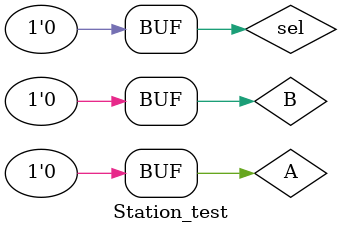
<source format=v>
module Station_test;

wire C,D;
reg sel,A,B;

Station S1 (sel, A, B, C,D);

initial begin
sel=0;
A=0;
B=0;

#10;
B=1;

#10;
A=1;

#20;
sel=1;

#10;
B=0;

#10;
A=0;

#30;
sel=0;
A=0;
B=0;

end 

endmodule



</source>
